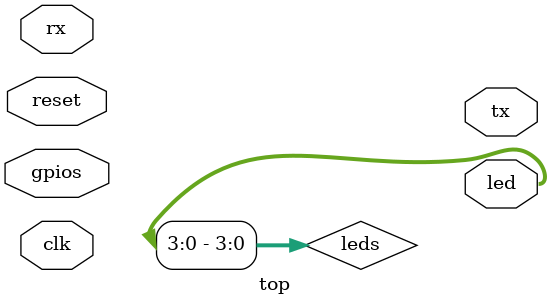
<source format=sv>
module top (
    input  logic clk,
    input  logic reset,
    input  logic rx,
    output logic tx,
    output logic [3:0]led,
    inout [5:0]gpios
);

logic [7:0] leds;

assign led = leds[3:0];


endmodule

</source>
